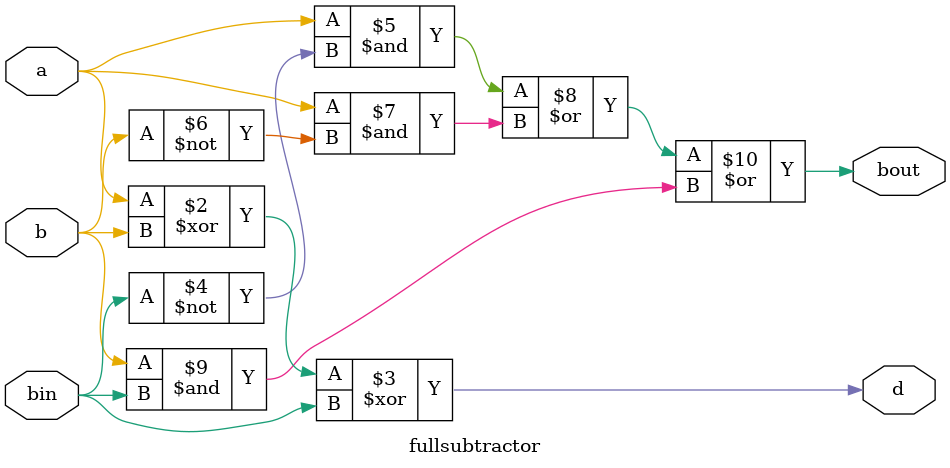
<source format=v>
`timescale 1ns / 1ps


module fullsubtractor(output reg d,bout,input a,b,bin);
always @ *
begin
d=a^b^bin;
bout= a&~bin|a&~b|b&bin;
end
endmodule

</source>
